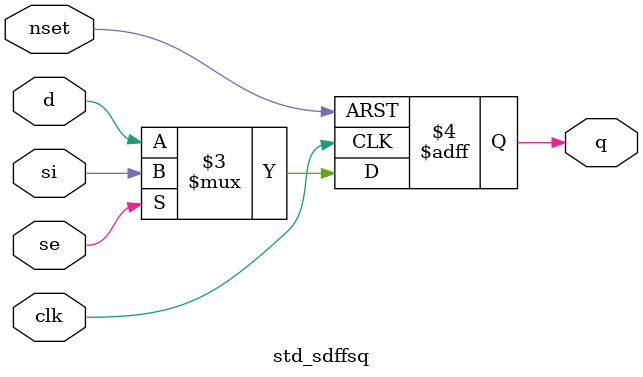
<source format=sv>

module std_sdffsq #(parameter DW = 1) // array width
(
	input [DW-1:0] 	d,
	input [DW-1:0] 	si,
	input [DW-1:0] 	se,
	input [DW-1:0] 	clk,
	input [DW-1:0] 	nset,
	output logic [DW-1:0] q
);

always_ff @(posedge clk, negedge nset) begin
	if(!nset) begin
		q <= {DW{1'b1}};
	end else begin
		q <= se ? si : d;
	end
end

endmodule

</source>
